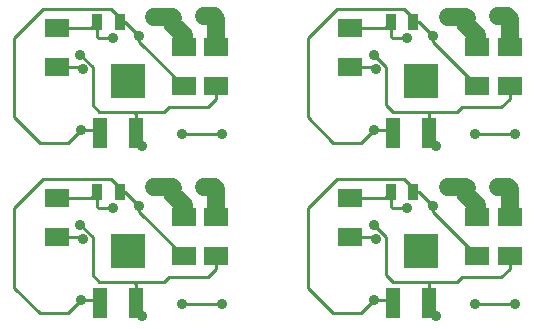
<source format=gbl>
G04 (created by PCBNEW (2013-may-18)-stable) date Сб 10 янв 2015 17:31:14*
%MOIN*%
G04 Gerber Fmt 3.4, Leading zero omitted, Abs format*
%FSLAX34Y34*%
G01*
G70*
G90*
G04 APERTURE LIST*
%ADD10C,0.00590551*%
%ADD11R,0.08X0.06*%
%ADD12C,0.055*%
%ADD13R,0.1181X0.1181*%
%ADD14C,0.0433*%
%ADD15R,0.035X0.055*%
%ADD16R,0.05X0.1*%
%ADD17C,0.035*%
%ADD18C,0.019685*%
%ADD19C,0.01*%
%ADD20C,0.0590551*%
G04 APERTURE END LIST*
G54D10*
G54D11*
X3248Y-7992D03*
X3248Y-6692D03*
G54D12*
X8500Y-6318D03*
X6500Y-6318D03*
G54D13*
X5610Y-8444D03*
G54D14*
X5310Y-8744D03*
X5610Y-8444D03*
X5910Y-8144D03*
X5310Y-8144D03*
X5910Y-8744D03*
G54D15*
X4605Y-6476D03*
X5355Y-6476D03*
G54D11*
X7480Y-7322D03*
X7480Y-8622D03*
X8562Y-8622D03*
X8562Y-7322D03*
G54D16*
X4675Y-10196D03*
X5875Y-10196D03*
X14459Y-10196D03*
X15659Y-10196D03*
G54D11*
X18346Y-8622D03*
X18346Y-7322D03*
X17263Y-7322D03*
X17263Y-8622D03*
G54D15*
X14388Y-6476D03*
X15138Y-6476D03*
G54D13*
X15393Y-8444D03*
G54D14*
X15093Y-8744D03*
X15393Y-8444D03*
X15693Y-8144D03*
X15093Y-8144D03*
X15693Y-8744D03*
G54D12*
X18283Y-6318D03*
X16283Y-6318D03*
G54D11*
X13031Y-7992D03*
X13031Y-6692D03*
X13031Y-2323D03*
X13031Y-1023D03*
G54D12*
X18283Y-649D03*
X16283Y-649D03*
G54D13*
X15393Y-2775D03*
G54D14*
X15093Y-3075D03*
X15393Y-2775D03*
X15693Y-2475D03*
X15093Y-2475D03*
X15693Y-3075D03*
G54D15*
X14388Y-807D03*
X15138Y-807D03*
G54D11*
X17263Y-1653D03*
X17263Y-2953D03*
X18346Y-2953D03*
X18346Y-1653D03*
G54D16*
X14459Y-4527D03*
X15659Y-4527D03*
X4675Y-4527D03*
X5875Y-4527D03*
G54D11*
X8562Y-2953D03*
X8562Y-1653D03*
X7480Y-1653D03*
X7480Y-2953D03*
G54D15*
X4605Y-807D03*
X5355Y-807D03*
G54D13*
X5610Y-2775D03*
G54D14*
X5310Y-3075D03*
X5610Y-2775D03*
X5910Y-2475D03*
X5310Y-2475D03*
X5910Y-3075D03*
G54D12*
X8500Y-649D03*
X6500Y-649D03*
G54D11*
X3248Y-2323D03*
X3248Y-1023D03*
G54D17*
X6102Y-10610D03*
X4035Y-7578D03*
X13818Y-7578D03*
X15885Y-10610D03*
X15885Y-4940D03*
X13818Y-1909D03*
X4035Y-1909D03*
X6102Y-4940D03*
X5137Y-7027D03*
X14921Y-7027D03*
X14921Y-1358D03*
X5137Y-1358D03*
X6003Y-6948D03*
X4055Y-10078D03*
X13838Y-10078D03*
X15787Y-6948D03*
X15787Y-1279D03*
X13838Y-4409D03*
X4055Y-4409D03*
X6003Y-1279D03*
X4114Y-8051D03*
X13897Y-8051D03*
X13897Y-2381D03*
X4114Y-2381D03*
X8500Y-6318D03*
X18283Y-6318D03*
X18283Y-649D03*
X8500Y-649D03*
X7421Y-10216D03*
X8740Y-10216D03*
X18523Y-10216D03*
X17204Y-10216D03*
X17204Y-4547D03*
X18523Y-4547D03*
X8740Y-4547D03*
X7421Y-4547D03*
G54D18*
X6013Y-10521D02*
X6102Y-10610D01*
X6013Y-9901D02*
X6013Y-10521D01*
G54D19*
X4035Y-7578D02*
X4448Y-7992D01*
X4448Y-7992D02*
X4448Y-9251D01*
X4448Y-9251D02*
X4665Y-9468D01*
X4665Y-9468D02*
X5807Y-9468D01*
X5826Y-9488D02*
X5875Y-9537D01*
X5807Y-9468D02*
X5826Y-9488D01*
X5875Y-9537D02*
X5875Y-10196D01*
X8562Y-9035D02*
X8287Y-9311D01*
X8287Y-9311D02*
X6988Y-9311D01*
X6988Y-9311D02*
X6811Y-9488D01*
X6811Y-9488D02*
X5826Y-9488D01*
X8562Y-8622D02*
X8562Y-9035D01*
X18346Y-8622D02*
X18346Y-9035D01*
X16594Y-9488D02*
X15610Y-9488D01*
X16771Y-9311D02*
X16594Y-9488D01*
X18070Y-9311D02*
X16771Y-9311D01*
X18346Y-9035D02*
X18070Y-9311D01*
X15659Y-9537D02*
X15659Y-10196D01*
X15590Y-9468D02*
X15610Y-9488D01*
X15610Y-9488D02*
X15659Y-9537D01*
X14448Y-9468D02*
X15590Y-9468D01*
X14232Y-9251D02*
X14448Y-9468D01*
X14232Y-7992D02*
X14232Y-9251D01*
X13818Y-7578D02*
X14232Y-7992D01*
G54D18*
X15796Y-9901D02*
X15796Y-10521D01*
X15796Y-10521D02*
X15885Y-10610D01*
X15796Y-4851D02*
X15885Y-4940D01*
X15796Y-4232D02*
X15796Y-4851D01*
G54D19*
X13818Y-1909D02*
X14232Y-2322D01*
X14232Y-2322D02*
X14232Y-3582D01*
X14232Y-3582D02*
X14448Y-3799D01*
X14448Y-3799D02*
X15590Y-3799D01*
X15610Y-3818D02*
X15659Y-3867D01*
X15590Y-3799D02*
X15610Y-3818D01*
X15659Y-3867D02*
X15659Y-4527D01*
X18346Y-3366D02*
X18070Y-3641D01*
X18070Y-3641D02*
X16771Y-3641D01*
X16771Y-3641D02*
X16594Y-3818D01*
X16594Y-3818D02*
X15610Y-3818D01*
X18346Y-2953D02*
X18346Y-3366D01*
X8562Y-2953D02*
X8562Y-3366D01*
X6811Y-3818D02*
X5826Y-3818D01*
X6988Y-3641D02*
X6811Y-3818D01*
X8287Y-3641D02*
X6988Y-3641D01*
X8562Y-3366D02*
X8287Y-3641D01*
X5875Y-3867D02*
X5875Y-4527D01*
X5807Y-3799D02*
X5826Y-3818D01*
X5826Y-3818D02*
X5875Y-3867D01*
X4665Y-3799D02*
X5807Y-3799D01*
X4448Y-3582D02*
X4665Y-3799D01*
X4448Y-2322D02*
X4448Y-3582D01*
X4035Y-1909D02*
X4448Y-2322D01*
G54D18*
X6013Y-4232D02*
X6013Y-4851D01*
X6013Y-4851D02*
X6102Y-4940D01*
G54D19*
X5137Y-7027D02*
X5059Y-6948D01*
X5059Y-6948D02*
X5059Y-6930D01*
X5059Y-6930D02*
X4961Y-7027D01*
X4961Y-7027D02*
X4665Y-7027D01*
X4665Y-7027D02*
X4605Y-6967D01*
X4605Y-6967D02*
X4605Y-6476D01*
X4389Y-6692D02*
X4605Y-6476D01*
X3248Y-6692D02*
X4389Y-6692D01*
X13031Y-6692D02*
X14172Y-6692D01*
X14172Y-6692D02*
X14388Y-6476D01*
X14388Y-6967D02*
X14388Y-6476D01*
X14448Y-7027D02*
X14388Y-6967D01*
X14745Y-7027D02*
X14448Y-7027D01*
X14842Y-6930D02*
X14745Y-7027D01*
X14842Y-6948D02*
X14842Y-6930D01*
X14921Y-7027D02*
X14842Y-6948D01*
X14921Y-1358D02*
X14842Y-1279D01*
X14842Y-1279D02*
X14842Y-1260D01*
X14842Y-1260D02*
X14745Y-1358D01*
X14745Y-1358D02*
X14448Y-1358D01*
X14448Y-1358D02*
X14388Y-1298D01*
X14388Y-1298D02*
X14388Y-807D01*
X14172Y-1023D02*
X14388Y-807D01*
X13031Y-1023D02*
X14172Y-1023D01*
X3248Y-1023D02*
X4389Y-1023D01*
X4389Y-1023D02*
X4605Y-807D01*
X4605Y-1298D02*
X4605Y-807D01*
X4665Y-1358D02*
X4605Y-1298D01*
X4961Y-1358D02*
X4665Y-1358D01*
X5059Y-1260D02*
X4961Y-1358D01*
X5059Y-1279D02*
X5059Y-1260D01*
X5137Y-1358D02*
X5059Y-1279D01*
X6003Y-6948D02*
X5531Y-6476D01*
X5531Y-6476D02*
X5355Y-6476D01*
X6003Y-7146D02*
X7480Y-8622D01*
X6003Y-6948D02*
X6003Y-7146D01*
X4557Y-10078D02*
X4675Y-10196D01*
X4055Y-10078D02*
X4557Y-10078D01*
X5355Y-6359D02*
X5039Y-6043D01*
X5039Y-6043D02*
X2795Y-6043D01*
X2795Y-6043D02*
X1830Y-7007D01*
X1830Y-7007D02*
X1830Y-9665D01*
X1830Y-9665D02*
X2677Y-10511D01*
X2677Y-10511D02*
X3622Y-10511D01*
X3622Y-10511D02*
X4055Y-10078D01*
X5355Y-6476D02*
X5355Y-6359D01*
X15138Y-6476D02*
X15138Y-6359D01*
X13405Y-10511D02*
X13838Y-10078D01*
X12460Y-10511D02*
X13405Y-10511D01*
X11614Y-9665D02*
X12460Y-10511D01*
X11614Y-7007D02*
X11614Y-9665D01*
X12578Y-6043D02*
X11614Y-7007D01*
X14822Y-6043D02*
X12578Y-6043D01*
X15138Y-6359D02*
X14822Y-6043D01*
X13838Y-10078D02*
X14340Y-10078D01*
X14340Y-10078D02*
X14459Y-10196D01*
X15787Y-6948D02*
X15787Y-7146D01*
X15787Y-7146D02*
X17263Y-8622D01*
X15314Y-6476D02*
X15138Y-6476D01*
X15787Y-6948D02*
X15314Y-6476D01*
X15787Y-1279D02*
X15314Y-807D01*
X15314Y-807D02*
X15138Y-807D01*
X15787Y-1476D02*
X17263Y-2953D01*
X15787Y-1279D02*
X15787Y-1476D01*
X14340Y-4409D02*
X14459Y-4527D01*
X13838Y-4409D02*
X14340Y-4409D01*
X15138Y-689D02*
X14822Y-374D01*
X14822Y-374D02*
X12578Y-374D01*
X12578Y-374D02*
X11614Y-1338D01*
X11614Y-1338D02*
X11614Y-3996D01*
X11614Y-3996D02*
X12460Y-4842D01*
X12460Y-4842D02*
X13405Y-4842D01*
X13405Y-4842D02*
X13838Y-4409D01*
X15138Y-807D02*
X15138Y-689D01*
X5355Y-807D02*
X5355Y-689D01*
X3622Y-4842D02*
X4055Y-4409D01*
X2677Y-4842D02*
X3622Y-4842D01*
X1830Y-3996D02*
X2677Y-4842D01*
X1830Y-1338D02*
X1830Y-3996D01*
X2795Y-374D02*
X1830Y-1338D01*
X5039Y-374D02*
X2795Y-374D01*
X5355Y-689D02*
X5039Y-374D01*
X4055Y-4409D02*
X4557Y-4409D01*
X4557Y-4409D02*
X4675Y-4527D01*
X6003Y-1279D02*
X6003Y-1476D01*
X6003Y-1476D02*
X7480Y-2953D01*
X5531Y-807D02*
X5355Y-807D01*
X6003Y-1279D02*
X5531Y-807D01*
X4114Y-8051D02*
X4055Y-7992D01*
X4055Y-7992D02*
X3248Y-7992D01*
X13838Y-7992D02*
X13031Y-7992D01*
X13897Y-8051D02*
X13838Y-7992D01*
X13897Y-2381D02*
X13838Y-2323D01*
X13838Y-2323D02*
X13031Y-2323D01*
X4055Y-2323D02*
X3248Y-2323D01*
X4114Y-2381D02*
X4055Y-2323D01*
G54D20*
X8480Y-6299D02*
X8169Y-6299D01*
X8500Y-6318D02*
X8480Y-6299D01*
X8562Y-6381D02*
X8500Y-6318D01*
X8562Y-7322D02*
X8562Y-6381D01*
X18346Y-7322D02*
X18346Y-6381D01*
X18346Y-6381D02*
X18283Y-6318D01*
X18283Y-6318D02*
X18263Y-6299D01*
X18263Y-6299D02*
X17952Y-6299D01*
X18263Y-629D02*
X17952Y-629D01*
X18283Y-649D02*
X18263Y-629D01*
X18346Y-712D02*
X18283Y-649D01*
X18346Y-1653D02*
X18346Y-712D01*
X8562Y-1653D02*
X8562Y-712D01*
X8562Y-712D02*
X8500Y-649D01*
X8500Y-649D02*
X8480Y-629D01*
X8480Y-629D02*
X8169Y-629D01*
X7086Y-6318D02*
X7125Y-6358D01*
X6500Y-6318D02*
X7086Y-6318D01*
X7480Y-6929D02*
X7086Y-6535D01*
X7086Y-6535D02*
X7086Y-6318D01*
X7480Y-7322D02*
X7480Y-6929D01*
X17263Y-7322D02*
X17263Y-6929D01*
X16870Y-6535D02*
X16870Y-6318D01*
X17263Y-6929D02*
X16870Y-6535D01*
X16283Y-6318D02*
X16870Y-6318D01*
X16870Y-6318D02*
X16909Y-6358D01*
X16870Y-649D02*
X16909Y-688D01*
X16283Y-649D02*
X16870Y-649D01*
X17263Y-1259D02*
X16870Y-866D01*
X16870Y-866D02*
X16870Y-649D01*
X17263Y-1653D02*
X17263Y-1259D01*
X7480Y-1653D02*
X7480Y-1259D01*
X7086Y-866D02*
X7086Y-649D01*
X7480Y-1259D02*
X7086Y-866D01*
X6500Y-649D02*
X7086Y-649D01*
X7086Y-649D02*
X7125Y-688D01*
G54D19*
X7421Y-10216D02*
X8740Y-10216D01*
X17204Y-10216D02*
X18523Y-10216D01*
X17204Y-4547D02*
X18523Y-4547D01*
X7421Y-4547D02*
X8740Y-4547D01*
M02*

</source>
